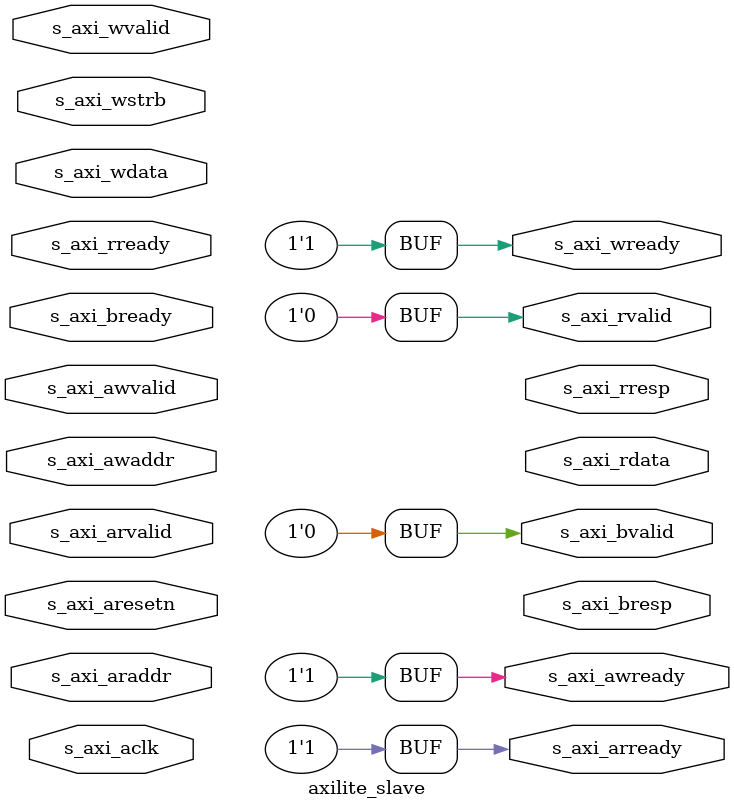
<source format=v>
module axilite_slave (
    input s_axi_aclk,
    input s_axi_aresetn,
    input [3:0]s_axi_awaddr,
    input s_axi_awvalid,
    output s_axi_awready,
    input [31:0]s_axi_wdata,
    input [3:0]s_axi_wstrb,
    input s_axi_wvalid,
    output s_axi_wready,
    output [1:0]s_axi_bresp,
    output s_axi_bvalid,
    input s_axi_bready,
    input [3:0]s_axi_araddr,
    input s_axi_arvalid,
    output s_axi_arready,
    output [31:0]s_axi_rdata,
    output [1:0]s_axi_rresp,
    output s_axi_rvalid,
    input s_axi_rready
);

assign s_axi_awready = 1'b1;
assign s_axi_wready = 1'b1;
assign s_axi_arready = 1'b1;
assign s_axi_rvalid = 1'b0;
assign s_axi_bvalid = 1'b0;

endmodule

</source>
